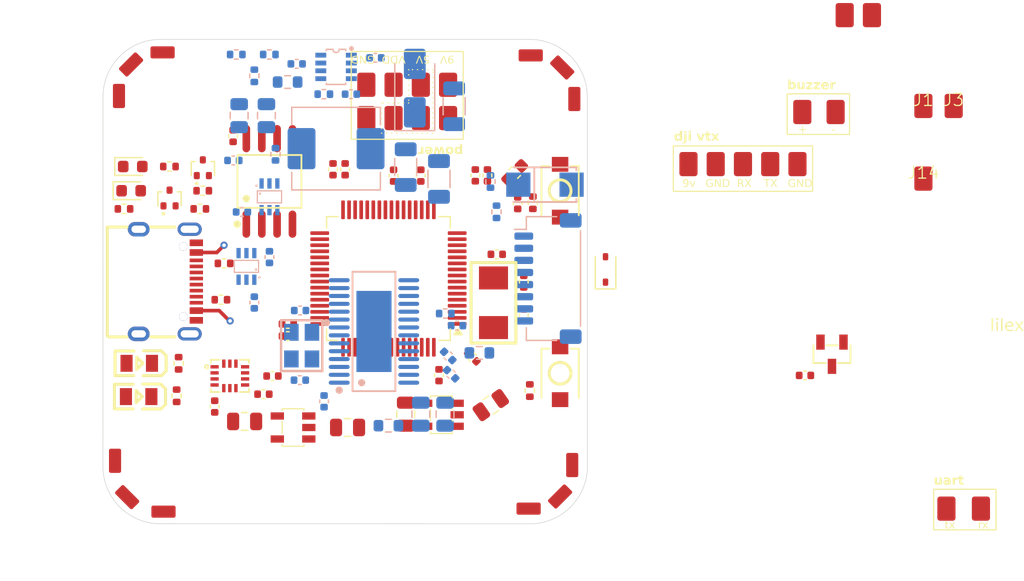
<source format=kicad_pcb>
(kicad_pcb (version 20241229) (generator "pcbnew") (generator_version "9.0")
  (layers (0 "F.Cu" signal) (4 "In1.Cu" signal) (6 "In2.Cu" signal) (2 "B.Cu" signal) (13 "F.Paste" user) (15 "B.Paste" user) (5 "F.SilkS" user "F.Silkscreen") (7 "B.SilkS" user "B.Silkscreen") (1 "F.Mask" user) (3 "B.Mask" user) (25 "Edge.Cuts" user))
  (net 0 "")
  (net 1 "VDD")
  (net 2 "Net-(U4-VCAP_2)")
  (net 3 "GND")
  (net 4 "Net-(U4-VCAP_1)")
  (net 5 "Net-(U4-VDDA)")
  (net 6 "Net-(U4-PH1)")
  (net 7 "Net-(U4-PH0)")
  (net 8 "Net-(U4-NRST)")
  (net 9 "+5V")
  (net 10 "Net-(U8-VCC)")
  (net 11 "Net-(C18-Pad2)")
  (net 12 "Net-(U8-SW)")
  (net 13 "LIPO_5V")
  (net 14 "Net-(D6-K)")
  (net 15 "BAT_VOLTAGE")
  (net 16 "BAT_CURR")
  (net 17 "VACC")
  (net 18 "Net-(U7-VIN)")
  (net 19 "CAM_VID_OUT")
  (net 20 "Net-(U7-VOUT)")
  (net 21 "Net-(C33-Pad2)")
  (net 22 "Net-(U7-SAG)")
  (net 23 "Net-(U7-XFB)")
  (net 24 "Net-(U7-CLKIN)")
  (net 25 "USB_5V")
  (net 26 "Net-(D1-A)")
  (net 27 "Net-(D2-K)")
  (net 28 "Net-(D2-A)")
  (net 29 "Net-(D3-A)")
  (net 30 "Net-(D4-A)")
  (net 31 "Net-(D5-A)")
  (net 32 "Net-(D5-K)")
  (net 33 "BAT_POWER")
  (net 34 "TELEMETRY")
  (net 35 "MOTOR_4")
  (net 36 "MOTOR_1")
  (net 37 "MOTOR_3")
  (net 38 "MOTOR_2")
  (net 39 "PB13")
  (net 40 "Net-(Q2-B)")
  (net 41 "Net-(Q3-B)")
  (net 42 "Net-(U4-BOOT0)")
  (net 43 "Net-(U8-BST)")
  (net 44 "Net-(R6-Pad1)")
  (net 45 "Net-(U8-FB)")
  (net 46 "Net-(U7-~{RESET})")
  (net 47 "OSD_VID_OUT")
  (net 48 "Net-(USB1-CC1)")
  (net 49 "Net-(USB1-CC2)")
  (net 50 "Net-(U10-ST)")
  (net 51 "PB1")
  (net 52 "Net-(U8-EN{slash}SYNC)")
  (net 53 "PB0")
  (net 55 "PB15")
  (net 57 "PB12")
  (net 59 "PB14")
  (net 60 "OSD_CS")
  (net 61 "RECEIVER_TX")
  (net 62 "OSD_CLK")
  (net 63 "OSD_SDIN")
  (net 64 "USB_D+")
  (net 65 "PA7")
  (net 66 "RECEIVER_RX")
  (net 67 "PA5")
  (net 71 "OSD_SDOUT")
  (net 73 "PA6")
  (net 74 "PA8")
  (net 75 "PA4")
  (net 78 "DJI_TX")
  (net 79 "DJI_RX")
  (net 84 "VTX_TX")
  (net 86 "USB_D-")
  (net 111 "+9V")
  (net 112 "LED_4")
  (net 113 "LED_1")
  (net 114 "LED_2")
  (net 115 "LED_3")
  (net 116 "Net-(U10-~{CE})")
  (footprint "MountingHole:MountingHole_4.3mm_M4" (layer "F.Cu") (at 34.5 33.75)
    (property "Reference" "REF**" (hide yes))
    (property "Value" "MountingHole_4.3mm_M4" (hide yes))
  )
  (footprint "MountingHole:MountingHole_4.3mm_M4" (layer "F.Cu") (at 34.5 64.25)
    (property "Reference" "REF**" (hide yes))
    (property "Value" "MountingHole_4.3mm_M4" (hide yes))
  )
  (footprint "Resistor_SMD:R_0402_1005Metric" (layer "F.Cu") (at 35.24 39.5 180)
    (property "Reference" "R18" (hide yes))
    (property "Value" "1k" (hide yes))
  )
  (footprint "Capacitor_SMD:C_0402_1005Metric" (layer "F.Cu") (at 43 58.3)
    (property "Reference" "C25" (hide yes))
    (property "Value" "100nf" (hide yes))
  )
  (footprint "footprint_lib:signal_pad" (layer "F.Cu") (at 100 34.5)
    (property "Reference" "J3")
    (property "Value" "Conn_01x01")
  )
  (footprint "footprint_lib:signal_pad" (layer "F.Cu") (at 82.6 39.3)
    (property "Reference" "J16" (hide yes))
    (property "Value" "Conn_01x01" (hide yes))
  )
  (footprint "footprint_lib:signal_pad" (layer "F.Cu") (at 78.1 39.3)
    (property "Reference" "J5" (hide yes))
    (property "Value" "Conn_01x01" (hide yes))
  )
  (footprint "easyeda2kicad:USB-C-SMD_TYPE-C-6PIN-2MD-073" (layer "F.Cu") (at 35.0825 49 -90)
    (property "Reference" "USB1" (hide yes))
    (property "Value" "TYPE-C 16PIN 2MD(073)" (hide yes))
  )
  (footprint "Capacitor_SMD:C_0402_1005Metric" (layer "F.Cu") (at 87.72 56.75)
    (property "Reference" "C16" (hide yes))
    (property "Value" "100nf" (hide yes))
  )
  (footprint "Capacitor_SMD:C_0402_1005Metric" (layer "F.Cu") (at 60.5 40.23 90)
    (property "Reference" "C7" (hide yes))
    (property "Value" "100nf" (hide yes))
  )
  (footprint "Resistor_SMD:R_0402_1005Metric" (layer "F.Cu") (at 39.75 47.5)
    (property "Reference" "R15" (hide yes))
    (property "Value" "5.1k" (hide yes))
  )
  (footprint "footprint_lib:signal_pad" (layer "F.Cu") (at 97.5 34.5)
    (property "Reference" "J1")
    (property "Value" "Conn_01x01")
  )
  (footprint "footprint_lib:signal_pad" (layer "F.Cu") (at 99.4 67.75)
    (property "Reference" "J8" (hide yes))
    (property "Value" "Conn_01x01" (hide yes))
  )
  (footprint "footprint_lib:signal_pad" (layer "F.Cu") (at 53.75 35.5 180)
    (property "Reference" "J7" (hide yes))
    (property "Value" "Conn_01x01" (hide yes))
  )
  (footprint "Package_QFP:LQFP-64_10x10mm_P0.5mm" (layer "F.Cu") (at 53.325 48.75 180)
    (property "Reference" "U4" (hide yes))
    (property "Value" "STM32F405RGTx" (hide yes))
  )
  (footprint "Capacitor_SMD:C_0402_1005Metric" (layer "F.Cu") (at 57.5 56.73 90)
    (property "Reference" "C6" (hide yes))
    (property "Value" "100nf" (hide yes))
  )
  (footprint "Package_TO_SOT_SMD:SOT-416" (layer "F.Cu") (at 35.25 42.1 90)
    (property "Reference" "Q2" (hide yes))
    (property "Value" "NPN" (hide yes))
  )
  (footprint "Capacitor_SMD:C_0402_1005Metric" (layer "F.Cu") (at 49.75 39.73 -90)
    (property "Reference" "C3" (hide yes))
    (property "Value" "2.2uf" (hide yes))
  )
  (footprint "footprint_lib:signal_pad" (layer "F.Cu") (at 87.1 39.3)
    (property "Reference" "J18" (hide yes))
    (property "Value" "Conn_01x01" (hide yes))
  )
  (footprint "footprint_lib:signal_pad" (layer "F.Cu") (at 53.75 32.75 180)
    (property "Reference" "J25" (hide yes))
    (property "Value" "Conn_01x01" (hide yes))
  )
  (footprint "footprint_lib:signal_pad" (layer "F.Cu") (at 84.85 39.3)
    (property "Reference" "J17" (hide yes))
    (property "Value" "Conn_01x01" (hide yes))
  )
  (footprint "footprint_lib:signal_pad" (layer "F.Cu") (at 58.25 32.75 180)
    (property "Reference" "J23" (hide yes))
    (property "Value" "Conn_01x01" (hide yes))
  )
  (footprint "easyeda2kicad:LED0805-R-RD" (layer "F.Cu") (at 32.7 58.5 180)
    (property "Reference" "D3" (hide yes))
    (property "Value" "C2296" (hide yes))
  )
  (footprint "LED_SMD:LED_0603_1608Metric" (layer "F.Cu") (at 32.08 41.5)
    (property "Reference" "D2" (hide yes))
    (property "Value" "LED" (hide yes))
  )
  (footprint "Capacitor_SMD:C_0402_1005Metric" (layer "F.Cu") (at 45.02 52.5)
    (property "Reference" "C2" (hide yes))
    (property "Value" "2.2uf" (hide yes))
  )
  (footprint "MountingHole:MountingHole_4.3mm_M4" (layer "F.Cu") (at 65 64.25)
    (property "Reference" "REF**" (hide yes))
    (property "Value" "MountingHole_4.3mm_M4" (hide yes))
  )
  (footprint "Capacitor_SMD:C_0402_1005Metric" (layer "F.Cu") (at 53.75 40.25 -90)
    (property "Reference" "C22" (hide yes))
    (property "Value" "100nf" (hide yes))
  )
  (footprint "footprint_lib:led_ring" (layer "F.Cu") (at 64.075 34.925)
    (property "Reference" "J19" (hide yes))
    (property "Value" "Conn_01x03" (hide yes))
  )
  (footprint "footprint_lib:led_ring" (layer "F.Cu") (at 35.35 63.2 180)
    (property "Reference" "J21" (hide yes))
    (property "Value" "Conn_01x03" (hide yes))
  )
  (footprint "easyeda2kicad:SOT-23-5_L3.0-W1.7-P0.95-LS2.8-BR" (layer "F.Cu") (at 57.7 60)
    (property "Reference" "U2" (hide yes))
    (property "Value" "TLV75533PDBVR" (hide yes))
  )
  (footprint "Capacitor_SMD:C_0402_1005Metric" (layer "F.Cu") (at 48.75 39.73 -90)
    (property "Reference" "C4" (hide yes))
    (property "Value" "100nf" (hide yes))
  )
  (footprint "easyeda2kicad:SOT-23-3_L2.9-W1.3-P1.90-LS2.4-BR" (layer "F.Cu") (at 89.95 55 90)
    (property "Reference" "Q1" (hide yes))
    (property "Value" "AO3400A" (hide yes))
  )
  (footprint "footprint_lib:signal_pad" (layer "F.Cu") (at 91 27)
    (property "Reference" "J12" (hide yes))
    (property "Value" "Conn_01x01" (hide yes))
  )
  (footprint "Resistor_SMD:R_0402_1005Metric" (layer "F.Cu") (at 65 58 -90)
    (property "Reference" "R1" (hide yes))
    (property "Value" "10k" (hide yes))
  )
  (footprint "Diode_SMD:D_SOD-323" (layer "F.Cu") (at 71.25 48 90)
    (property "Reference" "D4" (hide yes))
    (property "Value" "D_Schottky" (hide yes))
  )
  (footprint "Capacitor_SMD:C_0402_1005Metric" (layer "F.Cu") (at 61.5 40.23 90)
    (property "Reference" "C8" (hide yes))
    (property "Value" "1uf" (hide yes))
  )
  (footprint "easyeda2kicad:SW-SMD_L3.9-W3.0-P4.45" (layer "F.Cu") (at 67.5 41.5 -90)
    (property "Reference" "SW2" (hide yes))
    (property "Value" "SW_Push" (hide yes))
  )
  (footprint "footprint_lib:signal_pad" (layer "F.Cu") (at 80.35 39.3)
    (property "Reference" "J15" (hide yes))
    (property "Value" "Conn_01x01" (hide yes))
  )
  (footprint "footprint_lib:signal_pad" (layer "F.Cu") (at 51.5 32.75 180)
    (property "Reference" "J4" (hide yes))
    (property "Value" "Conn_01x01" (hide yes))
  )
  (footprint "Capacitor_SMD:C_0402_1005Metric" (layer "F.Cu") (at 56 40.25 -90)
    (property "Reference" "C1" (hide yes))
    (property "Value" "100nf" (hide yes))
  )
  (footprint "Capacitor_SMD:C_0805_2012Metric" (layer "F.Cu") (at 49.95 61.05 180)
    (property "Reference" "C23" (hide yes))
    (property "Value" "1uf" (hide yes))
  )
  (footprint "Capacitor_SMD:C_0402_1005Metric" (layer "F.Cu") (at 38.98 59.32 -90)
    (property "Reference" "C26" (hide yes))
    (property "Value" "100nf" (hide yes))
  )
  (footprint "footprint_lib:signal_pad" (layer "F.Cu") (at 93.25 27)
    (property "Reference" "J13" (hide yes))
    (property "Value" "Conn_01x01" (hide yes))
  )
  (footprint "Resistor_SMD:R_0402_1005Metric" (layer "F.Cu") (at 31.49 43 180)
    (property "Reference" "R11" (hide yes))
    (property "Value" "1k" (hide yes))
  )
  (footprint "easyeda2kicad:CRYSTAL-SMD_L5.0-W3.2" (layer "F.Cu") (at 62 50.75 90)
    (property "Reference" "Y1" (hide yes))
    (property "Value" "C115962" (hide yes))
  )
  (footprint "footprint_lib:led_ring" (layer "F.Cu") (at 35.675 34.675 90)
    (property "Reference" "J20" (hide yes))
    (property "Value" "Conn_01x03" (hide yes))
  )
  (footprint "Capacitor_SMD:C_0402_1005Metric" (layer "F.Cu") (at 45.02 53.5)
    (property "Reference" "C5" (hide yes))
    (property "Value" "100nf" (hide yes))
  )
  (footprint "Resistor_SMD:R_0402_1005Metric" (layer "F.Cu") (at 37.990001 41.5)
    (property "Reference" "R17" (hide yes))
    (property "Value" "10k" (hide yes))
  )
  (footprint "footprint_lib:signal_pad" (layer "F.Cu") (at 97.5 40.5)
    (property "Reference" "J14")
    (property "Value" "Conn_01x01" (hide yes))
  )
  (footprint "Capacitor_SMD:C_0805_2012Metric" (layer "F.Cu") (at 54.75 59.95 90)
    (property "Reference" "C13" (hide yes))
    (property "Value" "1uf" (hide yes))
  )
  (footprint "Inductor_SMD:L_0603_1608Metric" (layer "F.Cu") (at 63.75 40 45)
    (property "Reference" "FB1" (hide yes))
    (property "Value" "FerriteBead" (hide yes))
  )
  (footprint "footprint_lib:signal_pad" (layer "F.Cu") (at 102.25 67.75)
    (property "Reference" "J9" (hide yes))
    (property "Value" "Conn_01x01" (hide yes))
  )
  (footprint "easyeda2kicad:SW-SMD_L3.9-W3.0-P4.45" (layer "F.Cu") (at 67.5 56.57 -90)
    (property "Reference" "SW1" (hide yes))
    (property "Value" "SW_Push" (hide yes))
  )
  (footprint "Capacitor_SMD:C_0805_2012Metric" (layer "F.Cu") (at 61.778194 59.205103 35)
    (property "Reference" "C14" (hide yes))
    (property "Value" "1uf" (hide yes))
  )
  (footprint "Capacitor_SMD:C_0402_1005Metric" (layer "F.Cu") (at 62.27 46.75)
    (property "Reference" "C21" (hide yes))
    (property "Value" "100nf" (hide yes))
  )
  (footprint "easyeda2kicad:LGA-14_L3.0-W2.5-P0.50-TL" (layer "F.Cu") (at 40.23 56.79)
    (property "Reference" "U5" (hide yes))
    (property "Value" "ICM-42688-P" (hide yes))
  )
  (footprint "Resistor_SMD:R_0402_1005Metric" (layer "F.Cu") (at 36 55.75 -90)
    (property "Reference" "R21" (hide yes))
    (property "Value" "1k" (hide yes))
  )
  (footprint "footprint_lib:signal_pad" (layer "F.Cu") (at 51.5 35.5 180)
    (property "Reference" "J6" (hide yes))
    (property "Value" "Conn_01x01" (hide yes))
  )
  (footprint "easyeda2kicad:LED0805-R-RD" (layer "F.Cu") (at 32.75 55.75 180)
    (property "Reference" "D1" (hide yes))
    (property "Value" "C2297" (hide yes))
  )
  (footprint "Capacitor_SMD:C_0402_1005Metric" (layer "F.Cu") (at 64.5 51.77 -90)
    (property "Reference" "C9" (hide yes))
    (property "Value" "22pf" (hide yes))
  )
  (footprint "Capacitor_SMD:C_0402_1005Metric" (layer "F.Cu") (at 43.75 56.8)
    (property "Reference" "C27" (hide yes))
    (property "Value" "2.2uf" (hide yes))
  )
  (footprint "Resistor_SMD:R_0402_1005Metric" (layer "F.Cu") (at 37.75 43 180)
    (property "Reference" "R4" (hide yes))
    (property "Value" "10k" (hide yes))
  )
  (footprint "Capacitor_SMD:C_0402_1005Metric" (layer "F.Cu") (at 64.5 49 -90)
    (property "Reference" "C10" (hide yes))
    (property "Value" "22pf" (hide yes))
  )
  (footprint "Capacitor_SMD:C_0805_2012Metric" (layer "F.Cu") (at 41.45 60.55)
    (property "Reference" "C24" (hide yes))
    (property "Value" "1uf" (hide yes))
  )
  (footprint "footprint_lib:signal_pad" (layer "F.Cu") (at 56 32.75 180)
    (property "Reference" "J24" (hide yes))
    (property "Value" "Conn_01x01" (hide yes))
  )
  (footprint "footprint_lib:signal_pad" (layer "F.Cu") (at 90.25 35 180)
    (property "Reference" "TP2" (hide yes))
    (property "Value" "BUZZER-" (hide yes))
  )
  (footprint "Capacitor_SMD:C_0402_1005Metric" (layer "F.Cu") (at 60.25 55.25 135)
    (property "Reference" "C12" (hide yes))
    (property "Value" "100nf" (hide yes))
  )
  (footprint "LED_SMD:LED_0603_1608Metric" (layer "F.Cu") (at 32.2125 39.5)
    (property "Reference" "D5" (hide yes))
    (property "Value" "LED" (hide yes))
  )
  (footprint "Resistor_SMD:R_0402_1005Metric" (layer "F.Cu") (at 35.835 58.43 -90)
    (property "Reference" "R19" (hide yes))
    (property "Value" "1k" (hide yes))
  )
  (footprint "footprint_lib:signal_pad" (layer "F.Cu") (at 87.5 35 180)
    (property "Reference" "TP1" (hide yes))
    (property "Value" "BUZZER+" (hide yes))
  )
  (footprint "Capacitor_SMD:C_0402_1005Metric" (layer "F.Cu") (at 40.5 36.98 90)
    (property "Reference" "C15" (hide yes))
    (property "Value" "100nf" (hide yes))
  )
  (footprint "footprint_lib:signal_pad" (layer "F.Cu") (at 58.25 35.5 180)
    (property "Reference" "J10" (hide yes))
    (property "Value" "Conn_01x01" (hide yes))
  )
  (footprint "easyeda2kicad:SOIC-8_L5.3-W5.3-P1.27-LS8.0-BL" (layer "F.Cu") (at 43.5 40.73)
    (property "Reference" "U3" (hide yes))
    (property "Value" "W25Q128JVSIQTR" (hide yes))
  )
  (footprint "footprint_lib:signal_pad" (layer "F.Cu") (at 56 35.5 180)
    (property "Reference" "J11" (hide yes))
    (property "Value" "Conn_01x01" (hide yes))
  )
  (footprint "easyeda2kicad:SOT-23-5_L3.0-W1.7-P0.95-LS2.8-BR" (layer "F.Cu") (at 45.45 61.05)
    (property "Reference" "U6" (hide yes))
    (property "Value" "LP5907MFX-3.3/NOPB" (hide yes))
  )
  (footprint "Package_TO_SOT_SMD:SOT-416" (layer "F.Cu") (at 38 39.6 90)
    (property "Reference" "Q3" (hide yes))
    (property "Value" "NPN" (hide yes))
  )
  (footprint "MountingHole:MountingHole_4.3mm_M4" (layer "F.Cu") (at 65 33.75)
    (property "Reference" "REF**" (hide yes))
    (property "Value" "MountingHole_4.3mm_M4" (hide yes))
  )
  (footprint "Resistor_SMD:R_0402_1005Metric" (layer "F.Cu") (at 65.25 42.49 -90)
    (property "Reference" "R2" (hide yes))
    (property "Value" "10k" (hide yes))
  )
  (footprint "footprint_lib:led_ring" (layer "F.Cu") (at 63.9 63.15 -90)
    (property "Reference" "J22" (hide yes))
    (property "Value" "Conn_01x03" (hide yes))
  )
  (footprint "Capacitor_SMD:C_0402_1005Metric" (layer "F.Cu") (at 64 42.52 90)
    (property "Reference" "C11" (hide yes))
    (property "Value" "100nf" (hide yes))
  )
  (footprint "Resistor_SMD:R_0402_1005Metric" (layer "F.Cu") (at 39.49 50.5 180)
    (property "Reference" "R16" (hide yes))
    (property "Value" "5.1k" (hide yes))
  )
  (footprint "Capacitor_SMD:C_0402_1005Metric" (layer "B.Cu") (at 58.26 55.14 135)
    (property "Reference" "C32" (hide yes))
    (property "Value" "100nf" (hide yes))
  )
  (footprint "Resistor_SMD:R_0402_1005Metric" (layer "B.Cu") (at 44 38.49 90)
    (property "Reference" "R3" (hide yes))
    (property "Value" "10k" (hide yes))
  )
  (footprint "Capacitor_SMD:C_1206_3216Metric" (layer "B.Cu") (at 57.5 40.525 90)
    (property "Reference" "C42" (hide yes))
    (property "Value" "22uf" (hide yes))
  )
  (footprint "Capacitor_SMD:C_0402_1005Metric" (layer "B.Cu") (at 46.01 57.14 180)
    (property "Reference" "C35" (hide yes))
    (property "Value" "33pf" (hide yes))
  )
  (footprint "Capacitor_SMD:C_0402_1005Metric" (layer "B.Cu") (at 58.99 52.64 180)
    (property "Reference" "C30" (hide yes))
    (property "Value" "100nf" (hide yes))
  )
  (footprint "Capacitor_SMD:C_0402_1005Metric" (layer "B.Cu") (at 42.25 50.73 90)
    (property "Reference" "C39" (hide yes))
    (property "Value" "1uf" (hide yes))
  )
  (footprint "Capacitor_SMD:C_0805_2012Metric" (layer "B.Cu") (at 58 59.95 -90)
    (property "Reference" "C34" (hide yes))
    (property "Value" "22uf" (hide yes))
  )
  (footprint "Capacitor_SMD:C_0402_1005Metric" (layer "B.Cu") (at 46.03 51.39)
    (property "Reference" "C36" (hide yes))
    (property "Value" "33pf" (hide yes))
  )
  (footprint "easyeda2kicad:CRYSTAL-SMD_4P-L3.2-W2.5-BL_SIT8008BI" (layer "B.Cu") (at 46.16 54.29 -90)
    (property "Reference" "X1" (hide yes))
    (property "Value" "XL2EL89CSI-111YLC-27M" (hide yes))
  )
  (footprint "Capacitor_SMD:C_0805_2012Metric" (layer "B.Cu") (at 43.25 35.3 -90)
    (property "Reference" "C19" (hide yes))
    (property "Value" "22uf" (hide yes))
  )
  (footprint "Capacitor_SMD:C_0402_1005Metric" (layer "B.Cu") (at 40.52 39 180)
    (property "Reference" "C40" (hide yes))
    (property "Value" "1uf" (hide yes))
  )
  (footprint "Capacitor_SMD:C_1206_3216Metric" (layer "B.Cu") (at 58.75 34.525 -90)
    (property "Reference" "C43" (hide yes))
    (property "Value" "22uf" (hide yes))
  )
  (footprint "Resistor_SMD:R_0402_1005Metric" (layer "B.Cu") (at 40.76 30.25)
    (property "Reference" "R8" (hide yes))
    (property "Value" "41.2k" (hide yes))
  )
  (footprint "Capacitor_SMD:C_0805_2012Metric" (layer "B.Cu") (at 41 35.3 -90)
    (property "Reference" "C37" (hide yes))
    (property "Value" "22uf" (hide yes))
  )
  (footprint "Resistor_SMD:R_0402_1005Metric" (layer "B.Cu") (at 62.25 43.24 -90)
    (property "Reference" "R12" (hide yes))
    (property "Value" "100k" (hide yes))
  )
  (footprint "Resistor_SMD:R_0402_1005Metric" (layer "B.Cu") (at 43.49 30.25 180)
    (property "Reference" "R7" (hide yes))
    (property "Value" "51k" (hide yes))
  )
  (footprint "Resistor_SMD:R_0603_1608Metric" (layer "B.Cu") (at 60.835 54.89 180)
    (property "Reference" "R10" (hide yes))
    (property "Value" "75" (hide yes))
  )
  (footprint "easyeda2kicad:TSOT-23-8_L2.9-W1.6-P0.65-LS2.8-BL" (layer "B.Cu") (at 49 31.275 -90)
    (property "Reference" "U8" (hide yes))
    (property "Value" "MP4420HGJ-Z" (hide yes))
  )
  (footprint "Capacitor_SMD:C_0402_1005Metric" (layer "B.Cu") (at 50.23 33.525 180)
    (property "Reference" "C18" (hide yes))
    (property "Value" "100nf" (hide yes))
  )
  (footprint "Capacitor_SMD:C_0402_1005Metric" (layer "B.Cu") (at 41.23 43.25 180)
    (property "Reference" "C41" (hide yes))
    (property "Value" "100nf" (hide yes))
  )
  (footprint "easyeda2kicad:SC-70-6_L2.0-W1.3-P0.65-LS2.1-BL" (layer "B.Cu") (at 41.6 47.75 180)
    (property "Reference" "U9" (hide yes))
    (property "Value" "LM66100DCKR" (hide yes))
  )
  (footprint "Capacitor_SMD:C_1206_3216Metric" (layer "B.Cu") (at 54.75 39.55 90)
    (property "Reference" "C31" (hide yes))
    (property "Value" "22uf" (hide yes))
  )
  (footprint "Resistor_SMD:R_0402_1005Metric" (layer "B.Cu") (at 42.25 32.01 -90)
    (property "Reference" "R6" (hide yes))
    (property "Value" "7.68k" (hide yes))
  )
  (footprint "Inductor_SMD:L_KOHERelec_MDA7030" (layer "B.Cu") (at 49 38.025 180)
    (property "Reference" "L1" (hide yes))
    (property "Value" "1OuH" (hide yes))
  )
  (footprint "Resistor_SMD:R_0402_1005Metric" (layer "B.Cu") (at 58.02 51.64 180)
    (property "Reference" "R9" (hide yes))
    (property "Value" "1k" (hide yes))
  )
  (footprint "Resistor_SMD:R_0402_1005Metric" (layer "B.Cu") (at 47.99 33.525)
    (property "Reference" "R5" (hide yes))
    (property "Value" "20" (hide yes))
  )
  (footprint "Connector_JST:JST_SH_SM08B-SRSS-TB_1x08-1MP_P1.00mm_Horizontal" (layer "B.Cu") (at 66.5 48.75 -90)
    (property "Reference" "J2" (hide yes))
    (property "Value" "Conn_01x08" (hide yes))
  )
  (footprint "Resistor_SMD:R_0603_1608Metric" (layer "B.Cu") (at 53.325 60.9)
    (property "Reference" "R14" (hide yes))
    (property "Value" "75" (hide yes))
  )
  (footprint "Capacitor_SMD:C_0402_1005Metric" (layer "B.Cu") (at 58.5 56.65 135)
    (property "Reference" "C29" (hide yes))
    (property "Value" "100nf" (hide yes))
  )
  (footprint "Resistor_SMD:R_0603_1608Metric" (layer "B.Cu") (at 45 32.525 180)
    (property "Reference" "R20" (hide yes))
    (property "Value" "150k" (hide yes))
  )
  (footprint "Capacitor_SMD:C_0402_1005Metric" (layer "B.Cu") (at 52.25 30.525)
    (property "Reference" "C20" (hide yes))
    (property "Value" "100nf" (hide yes))
  )
  (footprint "Capacitor_SMD:C_0805_2012Metric" (layer "B.Cu") (at 56 59.95 -90)
    (property "Reference" "C33" (hide yes))
    (property "Value" "22uf" (hide yes))
  )
  (footprint "Capacitor_SMD:C_0402_1005Metric" (layer "B.Cu") (at 43.5 46.98 -90)
    (property "Reference" "C38" (hide yes))
    (property "Value" "100nf" (hide yes))
  )
  (footprint "easyeda2kicad:SC-70-6_L2.0-W1.3-P0.65-LS2.1-BL" (layer "B.Cu") (at 43.5 42)
    (property "Reference" "U10" (hide yes))
    (property "Value" "LM66100DCKR" (hide yes))
  )
  (footprint "easyeda2kicad:SMA_L4.3-W2.6-LS5.2-RD" (layer "B.Cu") (at 66.25 41)
    (property "Reference" "D6" (hide yes))
    (property "Value" "D_Schottky" (hide yes))
  )
  (footprint "Capacitor_SMD:C_0402_1005Metric" (layer "B.Cu") (at 45.75 31.025)
    (property "Reference" "C17" (hide yes))
    (property "Value" "100nf" (hide yes))
  )
  (footprint "Capacitor_SMD:C_0402_1005Metric" (layer "B.Cu") (at 48.01 58.89 90)
    (property "Reference" "C28" (hide yes))
    (property "Value" "100nf" (hide yes))
  )
  (footprint "Diode_SMD:D_SMA" (layer "B.Cu") (at 55.5 33.025001 90)
    (property "Reference" "D8" (hide yes))
    (property "Value" "SMAJ30A" (hide yes))
  )
  (footprint "Resistor_SMD:R_0402_1005Metric" (layer "B.Cu") (at 61.75 40.74 -90)
    (property "Reference" "R13" (hide yes))
    (property "Value" "10k" (hide yes))
  )
  (footprint "easyeda2kicad:TSSOP-28_L9.7-W4.4-P0.65-LS6.4-BL-EP-2" (layer "B.Cu") (at 52.13 53.12 90)
    (property "Reference" "U7" (hide yes))
    (property "Value" "AT7456E" (hide yes))
  )
  (gr_line (start 57 31.5) (end 55 31.5) (stroke (width 0.1) (type dot)) (layer "F.SilkS"))
  (gr_line (start 52.75 36.75) (end 57 36.75) (stroke (width 0.1) (type dot)) (layer "F.SilkS"))
  (gr_line (start 57 36.75) (end 57 34.25) (stroke (width 0.1) (type dot)) (layer "F.SilkS"))
  (gr_rect (start 98.35 66.15) (end 103.5 69.5) (stroke (width 0.1)) (fill no) (layer "F.SilkS"))
  (gr_line (start 57 34.25) (end 57 31.5) (stroke (width 0.1) (type dot)) (layer "F.SilkS"))
  (gr_rect (start 50.25 30) (end 59.5 37.25) (stroke (width 0.1)) (fill no) (layer "F.SilkS"))
  (gr_line (start 55 31.5) (end 55 34.25) (stroke (width 0.1) (type dot)) (layer "F.SilkS"))
  (gr_rect (start 76.85 37.8) (end 88.35 41.55) (stroke (width 0.1)) (fill no) (layer "F.SilkS"))
  (gr_rect (start 86.25 33.5) (end 91.4 36.85) (stroke (width 0.1)) (fill no) (layer "F.SilkS"))
  (gr_line (start 52.75 34.25) (end 52.75 36.75) (stroke (width 0.1) (type dot)) (layer "F.SilkS"))
  (gr_line (start 55 34.25) (end 52.75 34.25) (stroke (width 0.1) (type dot)) (layer "F.SilkS"))
  (gr_arc (start 34.25 68.995834) (mid 31.05228 67.520882) (end 29.747586 64.25) (stroke (width 0.05)) (layer "Edge.Cuts"))
  (gr_arc (start 65 29.004166) (mid 68.355811 30.394189) (end 69.745834 33.75) (stroke (width 0.05)) (layer "Edge.Cuts"))
  (gr_arc (start 69.756574 64.25) (mid 68.450662 67.523824) (end 65.25 69) (stroke (width 0.05)) (layer "Edge.Cuts"))
  (gr_arc (start 29.760737 33.500346) (mid 31.233647 30.307054) (end 34.5 29.004166) (stroke (width 0.05)) (layer "Edge.Cuts"))
  (gr_line (start 69.75 33.75) (end 69.75 64.25) (stroke (width 0.05)) (layer "Edge.Cuts"))
  (gr_line (start 65.25 69) (end 34.25 68.995834) (stroke (width 0.05)) (layer "Edge.Cuts"))
  (gr_line (start 29.75 64.25) (end 29.754166 33.5) (stroke (width 0.05)) (layer "Edge.Cuts"))
  (gr_line (start 65 29.004166) (end 34.5 29.004166) (stroke (width 0.05)) (layer "Edge.Cuts"))
  (gr_text "tx" (at 99.25 69.5 0) (layer "F.SilkS") (effects (font (size 0.635 0.635) (thickness 0.1)) (justify left bottom)))
  (gr_text "5V\n" (at 56.75 30.25 180) (layer "F.SilkS") (effects (font (size 0.635 0.635) (thickness 0.1)) (justify left bottom)))
  (gr_text "GND" (at 86.3 41.3 0) (layer "F.SilkS") (effects (font (size 0.635 0.635) (thickness 0.1)) (justify left bottom)))
  (gr_text "power" (at 59.5 37.75 180) (layer "F.SilkS") (effects (font (size 0.762 0.762) (thickness 0.1)) (justify left bottom)))
  (gr_text "GND" (at 79.5 41.3 0) (layer "F.SilkS") (effects (font (size 0.635 0.635) (thickness 0.1)) (justify left bottom)))
  (gr_text "TX\n" (at 84.3 41.3 0) (layer "F.SilkS") (effects (font (size 0.635 0.635) (thickness 0.1)) (justify left bottom)))
  (gr_text "uart\n" (at 98.35 65.9 0) (layer "F.SilkS") (effects (font (size 0.762 0.762) (thickness 0.1)) (justify left bottom)))
  (gr_text "-\n" (at 89.9 36.85 0) (layer "F.SilkS") (effects (font (size 0.635 0.635) (thickness 0.1)) (justify left bottom)))
  (gr_text "rx\n" (at 102 69.5 0) (layer "F.SilkS") (effects (font (size 0.635 0.635) (thickness 0.1)) (justify left bottom)))
  (gr_text "RX" (at 82.1 41.3 0) (layer "F.SilkS") (effects (font (size 0.635 0.635) (thickness 0.1)) (justify left bottom)))
  (gr_text "9v" (at 77.6 41.3 0) (layer "F.SilkS") (effects (font (size 0.635 0.635) (thickness 0.1)) (justify left bottom)))
  (gr_text "dji vtx" (at 76.9 37.5 0) (layer "F.SilkS") (effects (font (size 0.762 0.762) (thickness 0.1)) (justify left bottom)))
  (gr_text "+" (at 87.15 36.85 0) (layer "F.SilkS") (effects (font (size 0.635 0.635) (thickness 0.1)) (justify left bottom)))
  (gr_text "buzzer\n" (at 86.25 33.25 0) (layer "F.SilkS") (effects (font (size 0.762 0.762) (thickness 0.1)) (justify left bottom)))
  (gr_text "lilex" (at 103 53.25 0) (layer "F.SilkS") (effects (font (size 1 1) (thickness 0.1)) (justify left bottom)))
  (gr_text "GND" (at 52.25 30.25 180) (layer "F.SilkS") (effects (font (size 0.635 0.635) (thickness 0.1)) (justify left bottom)))
  (gr_text "9V\n" (at 58.75 30.25 180) (layer "F.SilkS") (effects (font (size 0.635 0.635) (thickness 0.1)) (justify left bottom)))
  (gr_text "VDD" (at 54.75 30.25 180) (layer "F.SilkS") (effects (font (size 0.635 0.635) (thickness 0.1)) (justify left bottom)))
  (segment (start 46.23 31.025) (end 46.25 31.025) (width 0.2) (layer "B.Cu") (net 10))
  (segment (start 39.35 51.4) (end 37.4625 51.4) (width 0.3) (layer "F.Cu") (net 25))
  (segment (start 39.75 46) (end 39.15 46.6) (width 0.3) (layer "F.Cu") (net 25))
  (segment (start 40.2 52.25) (end 39.35 51.4) (width 0.3) (layer "F.Cu") (net 25))
  (segment (start 40.25 52.25) (end 40.2 52.25) (width 0.3) (layer "F.Cu") (net 25))
  (segment (start 39.15 46.6) (end 37.4625 46.6) (width 0.3) (layer "F.Cu") (net 25))
  (via (at 40.25 52.25) (size 0.6) (drill 0.3) (layers "F.Cu" "B.Cu") (net 25))
  (via (at 39.75 46) (size 0.6) (drill 0.3) (layers "F.Cu" "B.Cu") (net 25))
)
</source>
